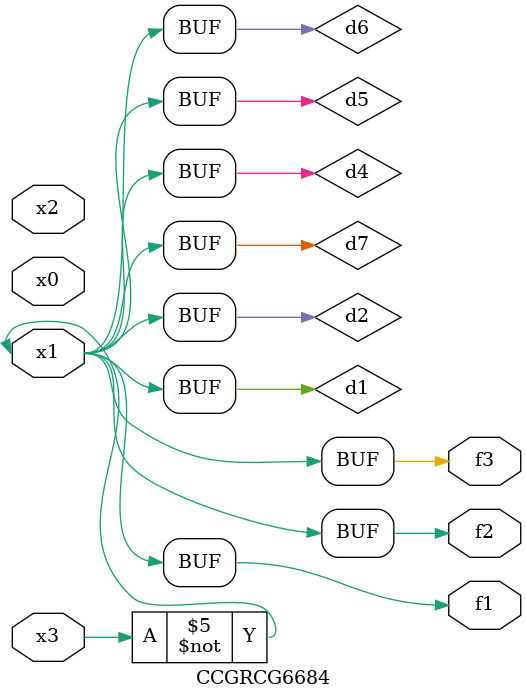
<source format=v>
module CCGRCG6684(
	input x0, x1, x2, x3,
	output f1, f2, f3
);

	wire d1, d2, d3, d4, d5, d6, d7;

	not (d1, x3);
	buf (d2, x1);
	xnor (d3, d1, d2);
	nor (d4, d1);
	buf (d5, d1, d2);
	buf (d6, d4, d5);
	nand (d7, d4);
	assign f1 = d6;
	assign f2 = d7;
	assign f3 = d6;
endmodule

</source>
